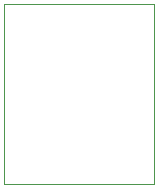
<source format=gbr>
%TF.GenerationSoftware,Altium Limited,Altium Designer,18.1.7 (191)*%
G04 Layer_Color=0*
%FSLAX25Y25*%
%MOIN*%
%TF.FileFunction,Profile,NP*%
%TF.Part,Single*%
G01*
G75*
%TA.AperFunction,Profile*%
%ADD32C,0.00100*%
D32*
X0Y0D02*
X50000D01*
Y60000D01*
X0D01*
Y0D01*
%TF.MD5,67f003aa14088827d346c6c00b0bfb42*%
M02*

</source>
